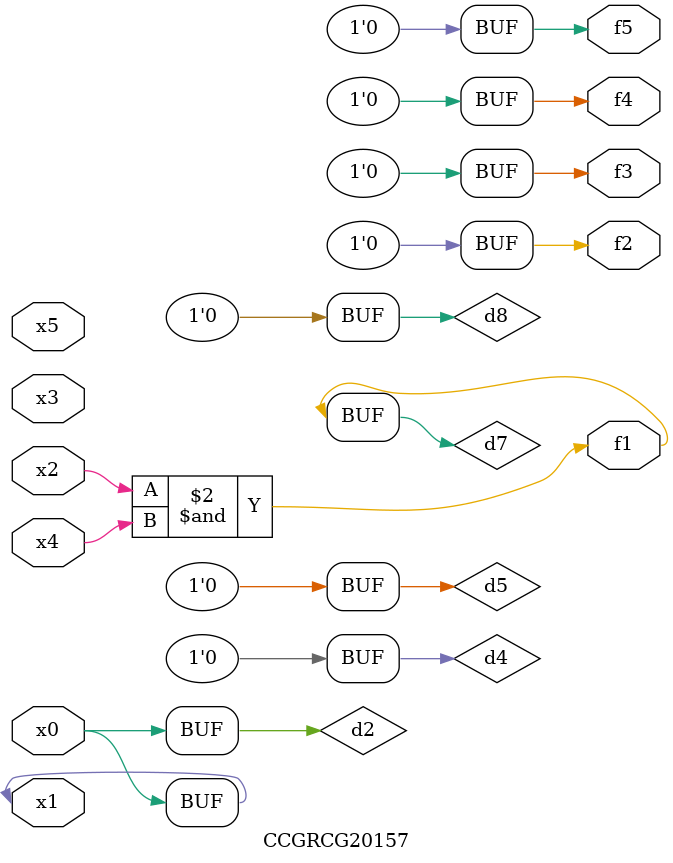
<source format=v>
module CCGRCG20157(
	input x0, x1, x2, x3, x4, x5,
	output f1, f2, f3, f4, f5
);

	wire d1, d2, d3, d4, d5, d6, d7, d8, d9;

	nand (d1, x1);
	buf (d2, x0, x1);
	nand (d3, x2, x4);
	and (d4, d1, d2);
	and (d5, d1, d2);
	nand (d6, d1, d3);
	not (d7, d3);
	xor (d8, d5);
	nor (d9, d5, d6);
	assign f1 = d7;
	assign f2 = d8;
	assign f3 = d8;
	assign f4 = d8;
	assign f5 = d8;
endmodule

</source>
